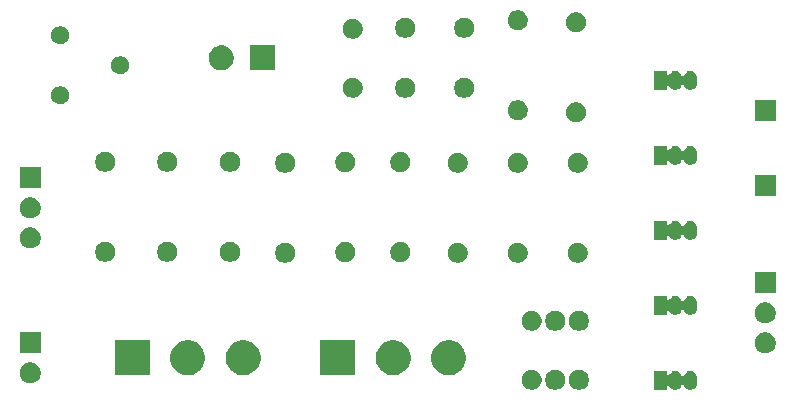
<source format=gbr>
G04 #@! TF.GenerationSoftware,KiCad,Pcbnew,(5.1.5)-3*
G04 #@! TF.CreationDate,2020-01-24T15:12:57-05:00*
G04 #@! TF.ProjectId,timer,74696d65-722e-46b6-9963-61645f706362,v01*
G04 #@! TF.SameCoordinates,Original*
G04 #@! TF.FileFunction,Soldermask,Bot*
G04 #@! TF.FilePolarity,Negative*
%FSLAX46Y46*%
G04 Gerber Fmt 4.6, Leading zero omitted, Abs format (unit mm)*
G04 Created by KiCad (PCBNEW (5.1.5)-3) date 2020-01-24 15:12:57*
%MOMM*%
%LPD*%
G04 APERTURE LIST*
%ADD10C,0.100000*%
G04 APERTURE END LIST*
D10*
G36*
X70638228Y-91851703D02*
G01*
X70793100Y-91915853D01*
X70932481Y-92008985D01*
X71051015Y-92127519D01*
X71144147Y-92266900D01*
X71208297Y-92421772D01*
X71241000Y-92586184D01*
X71241000Y-92753816D01*
X71208297Y-92918228D01*
X71144147Y-93073100D01*
X71051015Y-93212481D01*
X70932481Y-93331015D01*
X70793100Y-93424147D01*
X70638228Y-93488297D01*
X70473816Y-93521000D01*
X70306184Y-93521000D01*
X70141772Y-93488297D01*
X69986900Y-93424147D01*
X69847519Y-93331015D01*
X69728985Y-93212481D01*
X69635853Y-93073100D01*
X69571703Y-92918228D01*
X69539000Y-92753816D01*
X69539000Y-92586184D01*
X69571703Y-92421772D01*
X69635853Y-92266900D01*
X69728985Y-92127519D01*
X69847519Y-92008985D01*
X69986900Y-91915853D01*
X70141772Y-91851703D01*
X70306184Y-91819000D01*
X70473816Y-91819000D01*
X70638228Y-91851703D01*
G37*
G36*
X72638228Y-91851703D02*
G01*
X72793100Y-91915853D01*
X72932481Y-92008985D01*
X73051015Y-92127519D01*
X73144147Y-92266900D01*
X73208297Y-92421772D01*
X73241000Y-92586184D01*
X73241000Y-92753816D01*
X73208297Y-92918228D01*
X73144147Y-93073100D01*
X73051015Y-93212481D01*
X72932481Y-93331015D01*
X72793100Y-93424147D01*
X72638228Y-93488297D01*
X72473816Y-93521000D01*
X72306184Y-93521000D01*
X72141772Y-93488297D01*
X71986900Y-93424147D01*
X71847519Y-93331015D01*
X71728985Y-93212481D01*
X71635853Y-93073100D01*
X71571703Y-92918228D01*
X71539000Y-92753816D01*
X71539000Y-92586184D01*
X71571703Y-92421772D01*
X71635853Y-92266900D01*
X71728985Y-92127519D01*
X71847519Y-92008985D01*
X71986900Y-91915853D01*
X72141772Y-91851703D01*
X72306184Y-91819000D01*
X72473816Y-91819000D01*
X72638228Y-91851703D01*
G37*
G36*
X74638228Y-91851703D02*
G01*
X74793100Y-91915853D01*
X74932481Y-92008985D01*
X75051015Y-92127519D01*
X75144147Y-92266900D01*
X75208297Y-92421772D01*
X75241000Y-92586184D01*
X75241000Y-92753816D01*
X75208297Y-92918228D01*
X75144147Y-93073100D01*
X75051015Y-93212481D01*
X74932481Y-93331015D01*
X74793100Y-93424147D01*
X74638228Y-93488297D01*
X74473816Y-93521000D01*
X74306184Y-93521000D01*
X74141772Y-93488297D01*
X73986900Y-93424147D01*
X73847519Y-93331015D01*
X73728985Y-93212481D01*
X73635853Y-93073100D01*
X73571703Y-92918228D01*
X73539000Y-92753816D01*
X73539000Y-92586184D01*
X73571703Y-92421772D01*
X73635853Y-92266900D01*
X73728985Y-92127519D01*
X73847519Y-92008985D01*
X73986900Y-91915853D01*
X74141772Y-91851703D01*
X74306184Y-91819000D01*
X74473816Y-91819000D01*
X74638228Y-91851703D01*
G37*
G36*
X83928015Y-91916973D02*
G01*
X84031879Y-91948479D01*
X84059055Y-91963005D01*
X84127600Y-91999643D01*
X84211501Y-92068499D01*
X84280357Y-92152400D01*
X84316995Y-92220945D01*
X84331521Y-92248121D01*
X84363027Y-92351985D01*
X84371000Y-92432933D01*
X84371000Y-92987067D01*
X84363027Y-93068015D01*
X84331521Y-93171879D01*
X84280356Y-93267600D01*
X84211501Y-93351501D01*
X84142645Y-93408009D01*
X84127599Y-93420357D01*
X84120508Y-93424147D01*
X84031878Y-93471521D01*
X83928014Y-93503027D01*
X83820000Y-93513666D01*
X83711985Y-93503027D01*
X83608121Y-93471521D01*
X83564093Y-93447987D01*
X83512401Y-93420357D01*
X83499643Y-93409887D01*
X83428499Y-93351501D01*
X83359644Y-93267600D01*
X83308479Y-93171878D01*
X83304615Y-93159139D01*
X83295239Y-93136503D01*
X83281625Y-93116129D01*
X83264298Y-93098802D01*
X83243923Y-93085188D01*
X83221285Y-93075811D01*
X83197251Y-93071031D01*
X83172747Y-93071031D01*
X83148714Y-93075812D01*
X83126075Y-93085189D01*
X83105701Y-93098803D01*
X83088374Y-93116130D01*
X83074760Y-93136505D01*
X83065388Y-93159131D01*
X83061521Y-93171879D01*
X83010356Y-93267600D01*
X82941501Y-93351501D01*
X82872645Y-93408009D01*
X82857599Y-93420357D01*
X82850508Y-93424147D01*
X82761878Y-93471521D01*
X82658014Y-93503027D01*
X82550000Y-93513666D01*
X82441985Y-93503027D01*
X82338121Y-93471521D01*
X82294093Y-93447987D01*
X82242401Y-93420357D01*
X82229643Y-93409887D01*
X82158499Y-93351501D01*
X82089644Y-93267600D01*
X82066234Y-93223804D01*
X82052625Y-93203436D01*
X82035298Y-93186109D01*
X82014924Y-93172495D01*
X81992285Y-93163118D01*
X81968252Y-93158337D01*
X81943748Y-93158337D01*
X81919714Y-93163117D01*
X81897076Y-93172494D01*
X81876701Y-93186108D01*
X81859374Y-93203435D01*
X81845760Y-93223809D01*
X81836383Y-93246448D01*
X81831602Y-93270481D01*
X81831000Y-93282734D01*
X81831000Y-93511000D01*
X80729000Y-93511000D01*
X80729000Y-91909000D01*
X81831000Y-91909000D01*
X81831000Y-92137265D01*
X81833402Y-92161651D01*
X81840515Y-92185100D01*
X81852066Y-92206711D01*
X81867611Y-92225653D01*
X81886553Y-92241198D01*
X81908164Y-92252749D01*
X81931613Y-92259862D01*
X81955999Y-92262264D01*
X81980385Y-92259862D01*
X82003834Y-92252749D01*
X82025445Y-92241198D01*
X82044387Y-92225653D01*
X82059932Y-92206711D01*
X82066239Y-92196188D01*
X82089644Y-92152399D01*
X82158500Y-92068499D01*
X82242401Y-91999643D01*
X82310946Y-91963005D01*
X82338122Y-91948479D01*
X82441986Y-91916973D01*
X82550000Y-91906334D01*
X82658015Y-91916973D01*
X82761879Y-91948479D01*
X82789055Y-91963005D01*
X82857600Y-91999643D01*
X82941501Y-92068499D01*
X83010357Y-92152400D01*
X83046995Y-92220945D01*
X83061521Y-92248121D01*
X83065388Y-92260869D01*
X83074760Y-92283496D01*
X83088374Y-92303870D01*
X83105701Y-92321197D01*
X83126075Y-92334811D01*
X83148714Y-92344188D01*
X83172747Y-92348969D01*
X83197251Y-92348969D01*
X83221285Y-92344189D01*
X83243924Y-92334812D01*
X83264298Y-92321198D01*
X83281625Y-92303871D01*
X83295239Y-92283497D01*
X83304617Y-92260857D01*
X83304919Y-92259862D01*
X83308480Y-92248121D01*
X83308481Y-92248118D01*
X83359643Y-92152401D01*
X83428500Y-92068499D01*
X83512401Y-91999643D01*
X83580946Y-91963005D01*
X83608122Y-91948479D01*
X83711986Y-91916973D01*
X83820000Y-91906334D01*
X83928015Y-91916973D01*
G37*
G36*
X28053512Y-91178927D02*
G01*
X28202812Y-91208624D01*
X28366784Y-91276544D01*
X28514354Y-91375147D01*
X28639853Y-91500646D01*
X28738456Y-91648216D01*
X28806376Y-91812188D01*
X28841000Y-91986259D01*
X28841000Y-92163741D01*
X28806376Y-92337812D01*
X28738456Y-92501784D01*
X28639853Y-92649354D01*
X28514354Y-92774853D01*
X28366784Y-92873456D01*
X28202812Y-92941376D01*
X28053512Y-92971073D01*
X28028742Y-92976000D01*
X27851258Y-92976000D01*
X27826488Y-92971073D01*
X27677188Y-92941376D01*
X27513216Y-92873456D01*
X27365646Y-92774853D01*
X27240147Y-92649354D01*
X27141544Y-92501784D01*
X27073624Y-92337812D01*
X27039000Y-92163741D01*
X27039000Y-91986259D01*
X27073624Y-91812188D01*
X27141544Y-91648216D01*
X27240147Y-91500646D01*
X27365646Y-91375147D01*
X27513216Y-91276544D01*
X27677188Y-91208624D01*
X27826488Y-91178927D01*
X27851258Y-91174000D01*
X28028742Y-91174000D01*
X28053512Y-91178927D01*
G37*
G36*
X38051000Y-92281000D02*
G01*
X35099000Y-92281000D01*
X35099000Y-89329000D01*
X38051000Y-89329000D01*
X38051000Y-92281000D01*
G37*
G36*
X55451000Y-92281000D02*
G01*
X52499000Y-92281000D01*
X52499000Y-89329000D01*
X55451000Y-89329000D01*
X55451000Y-92281000D01*
G37*
G36*
X59105532Y-89385721D02*
G01*
X59374147Y-89496985D01*
X59615895Y-89658516D01*
X59821484Y-89864105D01*
X59983015Y-90105853D01*
X60094279Y-90374468D01*
X60151000Y-90659625D01*
X60151000Y-90950375D01*
X60094279Y-91235532D01*
X59983015Y-91504147D01*
X59821484Y-91745895D01*
X59615895Y-91951484D01*
X59374147Y-92113015D01*
X59105532Y-92224279D01*
X58820375Y-92281000D01*
X58529625Y-92281000D01*
X58244468Y-92224279D01*
X57975853Y-92113015D01*
X57734105Y-91951484D01*
X57528516Y-91745895D01*
X57366985Y-91504147D01*
X57255721Y-91235532D01*
X57199000Y-90950375D01*
X57199000Y-90659625D01*
X57255721Y-90374468D01*
X57366985Y-90105853D01*
X57528516Y-89864105D01*
X57734105Y-89658516D01*
X57975853Y-89496985D01*
X58244468Y-89385721D01*
X58529625Y-89329000D01*
X58820375Y-89329000D01*
X59105532Y-89385721D01*
G37*
G36*
X63805532Y-89385721D02*
G01*
X64074147Y-89496985D01*
X64315895Y-89658516D01*
X64521484Y-89864105D01*
X64683015Y-90105853D01*
X64794279Y-90374468D01*
X64851000Y-90659625D01*
X64851000Y-90950375D01*
X64794279Y-91235532D01*
X64683015Y-91504147D01*
X64521484Y-91745895D01*
X64315895Y-91951484D01*
X64074147Y-92113015D01*
X63805532Y-92224279D01*
X63520375Y-92281000D01*
X63229625Y-92281000D01*
X62944468Y-92224279D01*
X62675853Y-92113015D01*
X62434105Y-91951484D01*
X62228516Y-91745895D01*
X62066985Y-91504147D01*
X61955721Y-91235532D01*
X61899000Y-90950375D01*
X61899000Y-90659625D01*
X61955721Y-90374468D01*
X62066985Y-90105853D01*
X62228516Y-89864105D01*
X62434105Y-89658516D01*
X62675853Y-89496985D01*
X62944468Y-89385721D01*
X63229625Y-89329000D01*
X63520375Y-89329000D01*
X63805532Y-89385721D01*
G37*
G36*
X41705532Y-89385721D02*
G01*
X41974147Y-89496985D01*
X42215895Y-89658516D01*
X42421484Y-89864105D01*
X42583015Y-90105853D01*
X42694279Y-90374468D01*
X42751000Y-90659625D01*
X42751000Y-90950375D01*
X42694279Y-91235532D01*
X42583015Y-91504147D01*
X42421484Y-91745895D01*
X42215895Y-91951484D01*
X41974147Y-92113015D01*
X41705532Y-92224279D01*
X41420375Y-92281000D01*
X41129625Y-92281000D01*
X40844468Y-92224279D01*
X40575853Y-92113015D01*
X40334105Y-91951484D01*
X40128516Y-91745895D01*
X39966985Y-91504147D01*
X39855721Y-91235532D01*
X39799000Y-90950375D01*
X39799000Y-90659625D01*
X39855721Y-90374468D01*
X39966985Y-90105853D01*
X40128516Y-89864105D01*
X40334105Y-89658516D01*
X40575853Y-89496985D01*
X40844468Y-89385721D01*
X41129625Y-89329000D01*
X41420375Y-89329000D01*
X41705532Y-89385721D01*
G37*
G36*
X46405532Y-89385721D02*
G01*
X46674147Y-89496985D01*
X46915895Y-89658516D01*
X47121484Y-89864105D01*
X47283015Y-90105853D01*
X47394279Y-90374468D01*
X47451000Y-90659625D01*
X47451000Y-90950375D01*
X47394279Y-91235532D01*
X47283015Y-91504147D01*
X47121484Y-91745895D01*
X46915895Y-91951484D01*
X46674147Y-92113015D01*
X46405532Y-92224279D01*
X46120375Y-92281000D01*
X45829625Y-92281000D01*
X45544468Y-92224279D01*
X45275853Y-92113015D01*
X45034105Y-91951484D01*
X44828516Y-91745895D01*
X44666985Y-91504147D01*
X44555721Y-91235532D01*
X44499000Y-90950375D01*
X44499000Y-90659625D01*
X44555721Y-90374468D01*
X44666985Y-90105853D01*
X44828516Y-89864105D01*
X45034105Y-89658516D01*
X45275853Y-89496985D01*
X45544468Y-89385721D01*
X45829625Y-89329000D01*
X46120375Y-89329000D01*
X46405532Y-89385721D01*
G37*
G36*
X28841000Y-90436000D02*
G01*
X27039000Y-90436000D01*
X27039000Y-88634000D01*
X28841000Y-88634000D01*
X28841000Y-90436000D01*
G37*
G36*
X90283512Y-88638927D02*
G01*
X90432812Y-88668624D01*
X90596784Y-88736544D01*
X90744354Y-88835147D01*
X90869853Y-88960646D01*
X90968456Y-89108216D01*
X91036376Y-89272188D01*
X91071000Y-89446259D01*
X91071000Y-89623741D01*
X91036376Y-89797812D01*
X90968456Y-89961784D01*
X90869853Y-90109354D01*
X90744354Y-90234853D01*
X90596784Y-90333456D01*
X90432812Y-90401376D01*
X90283512Y-90431073D01*
X90258742Y-90436000D01*
X90081258Y-90436000D01*
X90056488Y-90431073D01*
X89907188Y-90401376D01*
X89743216Y-90333456D01*
X89595646Y-90234853D01*
X89470147Y-90109354D01*
X89371544Y-89961784D01*
X89303624Y-89797812D01*
X89269000Y-89623741D01*
X89269000Y-89446259D01*
X89303624Y-89272188D01*
X89371544Y-89108216D01*
X89470147Y-88960646D01*
X89595646Y-88835147D01*
X89743216Y-88736544D01*
X89907188Y-88668624D01*
X90056488Y-88638927D01*
X90081258Y-88634000D01*
X90258742Y-88634000D01*
X90283512Y-88638927D01*
G37*
G36*
X70638228Y-86851703D02*
G01*
X70793100Y-86915853D01*
X70932481Y-87008985D01*
X71051015Y-87127519D01*
X71144147Y-87266900D01*
X71208297Y-87421772D01*
X71241000Y-87586184D01*
X71241000Y-87753816D01*
X71208297Y-87918228D01*
X71144147Y-88073100D01*
X71051015Y-88212481D01*
X70932481Y-88331015D01*
X70793100Y-88424147D01*
X70638228Y-88488297D01*
X70473816Y-88521000D01*
X70306184Y-88521000D01*
X70141772Y-88488297D01*
X69986900Y-88424147D01*
X69847519Y-88331015D01*
X69728985Y-88212481D01*
X69635853Y-88073100D01*
X69571703Y-87918228D01*
X69539000Y-87753816D01*
X69539000Y-87586184D01*
X69571703Y-87421772D01*
X69635853Y-87266900D01*
X69728985Y-87127519D01*
X69847519Y-87008985D01*
X69986900Y-86915853D01*
X70141772Y-86851703D01*
X70306184Y-86819000D01*
X70473816Y-86819000D01*
X70638228Y-86851703D01*
G37*
G36*
X72638228Y-86851703D02*
G01*
X72793100Y-86915853D01*
X72932481Y-87008985D01*
X73051015Y-87127519D01*
X73144147Y-87266900D01*
X73208297Y-87421772D01*
X73241000Y-87586184D01*
X73241000Y-87753816D01*
X73208297Y-87918228D01*
X73144147Y-88073100D01*
X73051015Y-88212481D01*
X72932481Y-88331015D01*
X72793100Y-88424147D01*
X72638228Y-88488297D01*
X72473816Y-88521000D01*
X72306184Y-88521000D01*
X72141772Y-88488297D01*
X71986900Y-88424147D01*
X71847519Y-88331015D01*
X71728985Y-88212481D01*
X71635853Y-88073100D01*
X71571703Y-87918228D01*
X71539000Y-87753816D01*
X71539000Y-87586184D01*
X71571703Y-87421772D01*
X71635853Y-87266900D01*
X71728985Y-87127519D01*
X71847519Y-87008985D01*
X71986900Y-86915853D01*
X72141772Y-86851703D01*
X72306184Y-86819000D01*
X72473816Y-86819000D01*
X72638228Y-86851703D01*
G37*
G36*
X74638228Y-86851703D02*
G01*
X74793100Y-86915853D01*
X74932481Y-87008985D01*
X75051015Y-87127519D01*
X75144147Y-87266900D01*
X75208297Y-87421772D01*
X75241000Y-87586184D01*
X75241000Y-87753816D01*
X75208297Y-87918228D01*
X75144147Y-88073100D01*
X75051015Y-88212481D01*
X74932481Y-88331015D01*
X74793100Y-88424147D01*
X74638228Y-88488297D01*
X74473816Y-88521000D01*
X74306184Y-88521000D01*
X74141772Y-88488297D01*
X73986900Y-88424147D01*
X73847519Y-88331015D01*
X73728985Y-88212481D01*
X73635853Y-88073100D01*
X73571703Y-87918228D01*
X73539000Y-87753816D01*
X73539000Y-87586184D01*
X73571703Y-87421772D01*
X73635853Y-87266900D01*
X73728985Y-87127519D01*
X73847519Y-87008985D01*
X73986900Y-86915853D01*
X74141772Y-86851703D01*
X74306184Y-86819000D01*
X74473816Y-86819000D01*
X74638228Y-86851703D01*
G37*
G36*
X90283512Y-86098927D02*
G01*
X90432812Y-86128624D01*
X90596784Y-86196544D01*
X90744354Y-86295147D01*
X90869853Y-86420646D01*
X90968456Y-86568216D01*
X91036376Y-86732188D01*
X91071000Y-86906259D01*
X91071000Y-87083741D01*
X91036376Y-87257812D01*
X90968456Y-87421784D01*
X90869853Y-87569354D01*
X90744354Y-87694853D01*
X90596784Y-87793456D01*
X90432812Y-87861376D01*
X90283512Y-87891073D01*
X90258742Y-87896000D01*
X90081258Y-87896000D01*
X90056488Y-87891073D01*
X89907188Y-87861376D01*
X89743216Y-87793456D01*
X89595646Y-87694853D01*
X89470147Y-87569354D01*
X89371544Y-87421784D01*
X89303624Y-87257812D01*
X89269000Y-87083741D01*
X89269000Y-86906259D01*
X89303624Y-86732188D01*
X89371544Y-86568216D01*
X89470147Y-86420646D01*
X89595646Y-86295147D01*
X89743216Y-86196544D01*
X89907188Y-86128624D01*
X90056488Y-86098927D01*
X90081258Y-86094000D01*
X90258742Y-86094000D01*
X90283512Y-86098927D01*
G37*
G36*
X83928015Y-85566973D02*
G01*
X84031879Y-85598479D01*
X84059055Y-85613005D01*
X84127600Y-85649643D01*
X84211501Y-85718499D01*
X84280357Y-85802400D01*
X84316995Y-85870945D01*
X84331521Y-85898121D01*
X84363027Y-86001985D01*
X84371000Y-86082933D01*
X84371000Y-86637067D01*
X84363027Y-86718015D01*
X84331521Y-86821879D01*
X84315579Y-86851703D01*
X84281291Y-86915852D01*
X84280356Y-86917600D01*
X84211501Y-87001501D01*
X84142645Y-87058009D01*
X84127599Y-87070357D01*
X84102559Y-87083741D01*
X84031878Y-87121521D01*
X83928014Y-87153027D01*
X83820000Y-87163666D01*
X83711985Y-87153027D01*
X83608121Y-87121521D01*
X83564093Y-87097987D01*
X83512401Y-87070357D01*
X83499643Y-87059887D01*
X83428499Y-87001501D01*
X83359644Y-86917600D01*
X83358710Y-86915852D01*
X83316086Y-86836109D01*
X83308479Y-86821878D01*
X83304615Y-86809139D01*
X83295239Y-86786503D01*
X83281625Y-86766129D01*
X83264298Y-86748802D01*
X83243923Y-86735188D01*
X83221285Y-86725811D01*
X83197251Y-86721031D01*
X83172747Y-86721031D01*
X83148714Y-86725812D01*
X83126075Y-86735189D01*
X83105701Y-86748803D01*
X83088374Y-86766130D01*
X83074760Y-86786505D01*
X83065388Y-86809131D01*
X83061521Y-86821879D01*
X83045579Y-86851703D01*
X83011291Y-86915852D01*
X83010356Y-86917600D01*
X82941501Y-87001501D01*
X82872645Y-87058009D01*
X82857599Y-87070357D01*
X82832559Y-87083741D01*
X82761878Y-87121521D01*
X82658014Y-87153027D01*
X82550000Y-87163666D01*
X82441985Y-87153027D01*
X82338121Y-87121521D01*
X82294093Y-87097987D01*
X82242401Y-87070357D01*
X82229643Y-87059887D01*
X82158499Y-87001501D01*
X82089644Y-86917600D01*
X82066234Y-86873804D01*
X82052625Y-86853436D01*
X82035298Y-86836109D01*
X82014924Y-86822495D01*
X81992285Y-86813118D01*
X81968252Y-86808337D01*
X81943748Y-86808337D01*
X81919714Y-86813117D01*
X81897076Y-86822494D01*
X81876701Y-86836108D01*
X81859374Y-86853435D01*
X81845760Y-86873809D01*
X81836383Y-86896448D01*
X81831602Y-86920481D01*
X81831000Y-86932734D01*
X81831000Y-87161000D01*
X80729000Y-87161000D01*
X80729000Y-85559000D01*
X81831000Y-85559000D01*
X81831000Y-85787265D01*
X81833402Y-85811651D01*
X81840515Y-85835100D01*
X81852066Y-85856711D01*
X81867611Y-85875653D01*
X81886553Y-85891198D01*
X81908164Y-85902749D01*
X81931613Y-85909862D01*
X81955999Y-85912264D01*
X81980385Y-85909862D01*
X82003834Y-85902749D01*
X82025445Y-85891198D01*
X82044387Y-85875653D01*
X82059932Y-85856711D01*
X82066239Y-85846188D01*
X82089644Y-85802399D01*
X82158500Y-85718499D01*
X82242401Y-85649643D01*
X82310946Y-85613005D01*
X82338122Y-85598479D01*
X82441986Y-85566973D01*
X82550000Y-85556334D01*
X82658015Y-85566973D01*
X82761879Y-85598479D01*
X82789055Y-85613005D01*
X82857600Y-85649643D01*
X82941501Y-85718499D01*
X83010357Y-85802400D01*
X83046995Y-85870945D01*
X83061521Y-85898121D01*
X83065388Y-85910869D01*
X83074760Y-85933496D01*
X83088374Y-85953870D01*
X83105701Y-85971197D01*
X83126075Y-85984811D01*
X83148714Y-85994188D01*
X83172747Y-85998969D01*
X83197251Y-85998969D01*
X83221285Y-85994189D01*
X83243924Y-85984812D01*
X83264298Y-85971198D01*
X83281625Y-85953871D01*
X83295239Y-85933497D01*
X83304617Y-85910857D01*
X83304919Y-85909862D01*
X83308480Y-85898121D01*
X83308481Y-85898118D01*
X83359643Y-85802401D01*
X83428500Y-85718499D01*
X83512401Y-85649643D01*
X83580946Y-85613005D01*
X83608122Y-85598479D01*
X83711986Y-85566973D01*
X83820000Y-85556334D01*
X83928015Y-85566973D01*
G37*
G36*
X91071000Y-85356000D02*
G01*
X89269000Y-85356000D01*
X89269000Y-83554000D01*
X91071000Y-83554000D01*
X91071000Y-85356000D01*
G37*
G36*
X64383228Y-81096703D02*
G01*
X64538100Y-81160853D01*
X64677481Y-81253985D01*
X64796015Y-81372519D01*
X64889147Y-81511900D01*
X64953297Y-81666772D01*
X64986000Y-81831184D01*
X64986000Y-81998816D01*
X64953297Y-82163228D01*
X64889147Y-82318100D01*
X64796015Y-82457481D01*
X64677481Y-82576015D01*
X64538100Y-82669147D01*
X64383228Y-82733297D01*
X64218816Y-82766000D01*
X64051184Y-82766000D01*
X63886772Y-82733297D01*
X63731900Y-82669147D01*
X63592519Y-82576015D01*
X63473985Y-82457481D01*
X63380853Y-82318100D01*
X63316703Y-82163228D01*
X63284000Y-81998816D01*
X63284000Y-81831184D01*
X63316703Y-81666772D01*
X63380853Y-81511900D01*
X63473985Y-81372519D01*
X63592519Y-81253985D01*
X63731900Y-81160853D01*
X63886772Y-81096703D01*
X64051184Y-81064000D01*
X64218816Y-81064000D01*
X64383228Y-81096703D01*
G37*
G36*
X49778228Y-81096703D02*
G01*
X49933100Y-81160853D01*
X50072481Y-81253985D01*
X50191015Y-81372519D01*
X50284147Y-81511900D01*
X50348297Y-81666772D01*
X50381000Y-81831184D01*
X50381000Y-81998816D01*
X50348297Y-82163228D01*
X50284147Y-82318100D01*
X50191015Y-82457481D01*
X50072481Y-82576015D01*
X49933100Y-82669147D01*
X49778228Y-82733297D01*
X49613816Y-82766000D01*
X49446184Y-82766000D01*
X49281772Y-82733297D01*
X49126900Y-82669147D01*
X48987519Y-82576015D01*
X48868985Y-82457481D01*
X48775853Y-82318100D01*
X48711703Y-82163228D01*
X48679000Y-81998816D01*
X48679000Y-81831184D01*
X48711703Y-81666772D01*
X48775853Y-81511900D01*
X48868985Y-81372519D01*
X48987519Y-81253985D01*
X49126900Y-81160853D01*
X49281772Y-81096703D01*
X49446184Y-81064000D01*
X49613816Y-81064000D01*
X49778228Y-81096703D01*
G37*
G36*
X69463228Y-81096703D02*
G01*
X69618100Y-81160853D01*
X69757481Y-81253985D01*
X69876015Y-81372519D01*
X69969147Y-81511900D01*
X70033297Y-81666772D01*
X70066000Y-81831184D01*
X70066000Y-81998816D01*
X70033297Y-82163228D01*
X69969147Y-82318100D01*
X69876015Y-82457481D01*
X69757481Y-82576015D01*
X69618100Y-82669147D01*
X69463228Y-82733297D01*
X69298816Y-82766000D01*
X69131184Y-82766000D01*
X68966772Y-82733297D01*
X68811900Y-82669147D01*
X68672519Y-82576015D01*
X68553985Y-82457481D01*
X68460853Y-82318100D01*
X68396703Y-82163228D01*
X68364000Y-81998816D01*
X68364000Y-81831184D01*
X68396703Y-81666772D01*
X68460853Y-81511900D01*
X68553985Y-81372519D01*
X68672519Y-81253985D01*
X68811900Y-81160853D01*
X68966772Y-81096703D01*
X69131184Y-81064000D01*
X69298816Y-81064000D01*
X69463228Y-81096703D01*
G37*
G36*
X74543228Y-81096703D02*
G01*
X74698100Y-81160853D01*
X74837481Y-81253985D01*
X74956015Y-81372519D01*
X75049147Y-81511900D01*
X75113297Y-81666772D01*
X75146000Y-81831184D01*
X75146000Y-81998816D01*
X75113297Y-82163228D01*
X75049147Y-82318100D01*
X74956015Y-82457481D01*
X74837481Y-82576015D01*
X74698100Y-82669147D01*
X74543228Y-82733297D01*
X74378816Y-82766000D01*
X74211184Y-82766000D01*
X74046772Y-82733297D01*
X73891900Y-82669147D01*
X73752519Y-82576015D01*
X73633985Y-82457481D01*
X73540853Y-82318100D01*
X73476703Y-82163228D01*
X73444000Y-81998816D01*
X73444000Y-81831184D01*
X73476703Y-81666772D01*
X73540853Y-81511900D01*
X73633985Y-81372519D01*
X73752519Y-81253985D01*
X73891900Y-81160853D01*
X74046772Y-81096703D01*
X74211184Y-81064000D01*
X74378816Y-81064000D01*
X74543228Y-81096703D01*
G37*
G36*
X59523228Y-81031703D02*
G01*
X59678100Y-81095853D01*
X59817481Y-81188985D01*
X59936015Y-81307519D01*
X60029147Y-81446900D01*
X60093297Y-81601772D01*
X60126000Y-81766184D01*
X60126000Y-81933816D01*
X60093297Y-82098228D01*
X60029147Y-82253100D01*
X59936015Y-82392481D01*
X59817481Y-82511015D01*
X59678100Y-82604147D01*
X59523228Y-82668297D01*
X59358816Y-82701000D01*
X59191184Y-82701000D01*
X59026772Y-82668297D01*
X58871900Y-82604147D01*
X58732519Y-82511015D01*
X58613985Y-82392481D01*
X58520853Y-82253100D01*
X58456703Y-82098228D01*
X58424000Y-81933816D01*
X58424000Y-81766184D01*
X58456703Y-81601772D01*
X58520853Y-81446900D01*
X58613985Y-81307519D01*
X58732519Y-81188985D01*
X58871900Y-81095853D01*
X59026772Y-81031703D01*
X59191184Y-80999000D01*
X59358816Y-80999000D01*
X59523228Y-81031703D01*
G37*
G36*
X54858228Y-81031703D02*
G01*
X55013100Y-81095853D01*
X55152481Y-81188985D01*
X55271015Y-81307519D01*
X55364147Y-81446900D01*
X55428297Y-81601772D01*
X55461000Y-81766184D01*
X55461000Y-81933816D01*
X55428297Y-82098228D01*
X55364147Y-82253100D01*
X55271015Y-82392481D01*
X55152481Y-82511015D01*
X55013100Y-82604147D01*
X54858228Y-82668297D01*
X54693816Y-82701000D01*
X54526184Y-82701000D01*
X54361772Y-82668297D01*
X54206900Y-82604147D01*
X54067519Y-82511015D01*
X53948985Y-82392481D01*
X53855853Y-82253100D01*
X53791703Y-82098228D01*
X53759000Y-81933816D01*
X53759000Y-81766184D01*
X53791703Y-81601772D01*
X53855853Y-81446900D01*
X53948985Y-81307519D01*
X54067519Y-81188985D01*
X54206900Y-81095853D01*
X54361772Y-81031703D01*
X54526184Y-80999000D01*
X54693816Y-80999000D01*
X54858228Y-81031703D01*
G37*
G36*
X45108228Y-81006703D02*
G01*
X45263100Y-81070853D01*
X45402481Y-81163985D01*
X45521015Y-81282519D01*
X45614147Y-81421900D01*
X45678297Y-81576772D01*
X45711000Y-81741184D01*
X45711000Y-81908816D01*
X45678297Y-82073228D01*
X45614147Y-82228100D01*
X45521015Y-82367481D01*
X45402481Y-82486015D01*
X45263100Y-82579147D01*
X45108228Y-82643297D01*
X44943816Y-82676000D01*
X44776184Y-82676000D01*
X44611772Y-82643297D01*
X44456900Y-82579147D01*
X44317519Y-82486015D01*
X44198985Y-82367481D01*
X44105853Y-82228100D01*
X44041703Y-82073228D01*
X44009000Y-81908816D01*
X44009000Y-81741184D01*
X44041703Y-81576772D01*
X44105853Y-81421900D01*
X44198985Y-81282519D01*
X44317519Y-81163985D01*
X44456900Y-81070853D01*
X44611772Y-81006703D01*
X44776184Y-80974000D01*
X44943816Y-80974000D01*
X45108228Y-81006703D01*
G37*
G36*
X39788228Y-81006703D02*
G01*
X39943100Y-81070853D01*
X40082481Y-81163985D01*
X40201015Y-81282519D01*
X40294147Y-81421900D01*
X40358297Y-81576772D01*
X40391000Y-81741184D01*
X40391000Y-81908816D01*
X40358297Y-82073228D01*
X40294147Y-82228100D01*
X40201015Y-82367481D01*
X40082481Y-82486015D01*
X39943100Y-82579147D01*
X39788228Y-82643297D01*
X39623816Y-82676000D01*
X39456184Y-82676000D01*
X39291772Y-82643297D01*
X39136900Y-82579147D01*
X38997519Y-82486015D01*
X38878985Y-82367481D01*
X38785853Y-82228100D01*
X38721703Y-82073228D01*
X38689000Y-81908816D01*
X38689000Y-81741184D01*
X38721703Y-81576772D01*
X38785853Y-81421900D01*
X38878985Y-81282519D01*
X38997519Y-81163985D01*
X39136900Y-81070853D01*
X39291772Y-81006703D01*
X39456184Y-80974000D01*
X39623816Y-80974000D01*
X39788228Y-81006703D01*
G37*
G36*
X34538228Y-81006703D02*
G01*
X34693100Y-81070853D01*
X34832481Y-81163985D01*
X34951015Y-81282519D01*
X35044147Y-81421900D01*
X35108297Y-81576772D01*
X35141000Y-81741184D01*
X35141000Y-81908816D01*
X35108297Y-82073228D01*
X35044147Y-82228100D01*
X34951015Y-82367481D01*
X34832481Y-82486015D01*
X34693100Y-82579147D01*
X34538228Y-82643297D01*
X34373816Y-82676000D01*
X34206184Y-82676000D01*
X34041772Y-82643297D01*
X33886900Y-82579147D01*
X33747519Y-82486015D01*
X33628985Y-82367481D01*
X33535853Y-82228100D01*
X33471703Y-82073228D01*
X33439000Y-81908816D01*
X33439000Y-81741184D01*
X33471703Y-81576772D01*
X33535853Y-81421900D01*
X33628985Y-81282519D01*
X33747519Y-81163985D01*
X33886900Y-81070853D01*
X34041772Y-81006703D01*
X34206184Y-80974000D01*
X34373816Y-80974000D01*
X34538228Y-81006703D01*
G37*
G36*
X28053512Y-79748927D02*
G01*
X28202812Y-79778624D01*
X28366784Y-79846544D01*
X28514354Y-79945147D01*
X28639853Y-80070646D01*
X28738456Y-80218216D01*
X28806376Y-80382188D01*
X28841000Y-80556259D01*
X28841000Y-80733741D01*
X28806376Y-80907812D01*
X28738456Y-81071784D01*
X28639853Y-81219354D01*
X28514354Y-81344853D01*
X28366784Y-81443456D01*
X28202812Y-81511376D01*
X28053512Y-81541073D01*
X28028742Y-81546000D01*
X27851258Y-81546000D01*
X27826488Y-81541073D01*
X27677188Y-81511376D01*
X27513216Y-81443456D01*
X27365646Y-81344853D01*
X27240147Y-81219354D01*
X27141544Y-81071784D01*
X27073624Y-80907812D01*
X27039000Y-80733741D01*
X27039000Y-80556259D01*
X27073624Y-80382188D01*
X27141544Y-80218216D01*
X27240147Y-80070646D01*
X27365646Y-79945147D01*
X27513216Y-79846544D01*
X27677188Y-79778624D01*
X27826488Y-79748927D01*
X27851258Y-79744000D01*
X28028742Y-79744000D01*
X28053512Y-79748927D01*
G37*
G36*
X83928015Y-79216973D02*
G01*
X84031879Y-79248479D01*
X84059055Y-79263005D01*
X84127600Y-79299643D01*
X84211501Y-79368499D01*
X84280357Y-79452400D01*
X84316995Y-79520945D01*
X84331521Y-79548121D01*
X84363027Y-79651985D01*
X84371000Y-79732933D01*
X84371000Y-80287067D01*
X84363027Y-80368015D01*
X84331521Y-80471879D01*
X84280356Y-80567600D01*
X84211501Y-80651501D01*
X84142645Y-80708009D01*
X84127599Y-80720357D01*
X84102559Y-80733741D01*
X84031878Y-80771521D01*
X83928014Y-80803027D01*
X83820000Y-80813666D01*
X83711985Y-80803027D01*
X83608121Y-80771521D01*
X83564093Y-80747987D01*
X83512401Y-80720357D01*
X83499643Y-80709887D01*
X83428499Y-80651501D01*
X83359644Y-80567600D01*
X83353582Y-80556258D01*
X83316086Y-80486109D01*
X83308479Y-80471878D01*
X83304615Y-80459139D01*
X83295239Y-80436503D01*
X83281625Y-80416129D01*
X83264298Y-80398802D01*
X83243923Y-80385188D01*
X83221285Y-80375811D01*
X83197251Y-80371031D01*
X83172747Y-80371031D01*
X83148714Y-80375812D01*
X83126075Y-80385189D01*
X83105701Y-80398803D01*
X83088374Y-80416130D01*
X83074760Y-80436505D01*
X83065388Y-80459131D01*
X83061521Y-80471879D01*
X83010356Y-80567600D01*
X82941501Y-80651501D01*
X82872645Y-80708009D01*
X82857599Y-80720357D01*
X82832559Y-80733741D01*
X82761878Y-80771521D01*
X82658014Y-80803027D01*
X82550000Y-80813666D01*
X82441985Y-80803027D01*
X82338121Y-80771521D01*
X82294093Y-80747987D01*
X82242401Y-80720357D01*
X82229643Y-80709887D01*
X82158499Y-80651501D01*
X82089644Y-80567600D01*
X82066234Y-80523804D01*
X82052625Y-80503436D01*
X82035298Y-80486109D01*
X82014924Y-80472495D01*
X81992285Y-80463118D01*
X81968252Y-80458337D01*
X81943748Y-80458337D01*
X81919714Y-80463117D01*
X81897076Y-80472494D01*
X81876701Y-80486108D01*
X81859374Y-80503435D01*
X81845760Y-80523809D01*
X81836383Y-80546448D01*
X81831602Y-80570481D01*
X81831000Y-80582734D01*
X81831000Y-80811000D01*
X80729000Y-80811000D01*
X80729000Y-79209000D01*
X81831000Y-79209000D01*
X81831000Y-79437265D01*
X81833402Y-79461651D01*
X81840515Y-79485100D01*
X81852066Y-79506711D01*
X81867611Y-79525653D01*
X81886553Y-79541198D01*
X81908164Y-79552749D01*
X81931613Y-79559862D01*
X81955999Y-79562264D01*
X81980385Y-79559862D01*
X82003834Y-79552749D01*
X82025445Y-79541198D01*
X82044387Y-79525653D01*
X82059932Y-79506711D01*
X82066239Y-79496188D01*
X82089644Y-79452399D01*
X82158500Y-79368499D01*
X82242401Y-79299643D01*
X82310946Y-79263005D01*
X82338122Y-79248479D01*
X82441986Y-79216973D01*
X82550000Y-79206334D01*
X82658015Y-79216973D01*
X82761879Y-79248479D01*
X82789055Y-79263005D01*
X82857600Y-79299643D01*
X82941501Y-79368499D01*
X83010357Y-79452400D01*
X83046995Y-79520945D01*
X83061521Y-79548121D01*
X83065388Y-79560869D01*
X83074760Y-79583496D01*
X83088374Y-79603870D01*
X83105701Y-79621197D01*
X83126075Y-79634811D01*
X83148714Y-79644188D01*
X83172747Y-79648969D01*
X83197251Y-79648969D01*
X83221285Y-79644189D01*
X83243924Y-79634812D01*
X83264298Y-79621198D01*
X83281625Y-79603871D01*
X83295239Y-79583497D01*
X83304617Y-79560857D01*
X83304919Y-79559862D01*
X83308480Y-79548121D01*
X83308481Y-79548118D01*
X83359643Y-79452401D01*
X83428500Y-79368499D01*
X83512401Y-79299643D01*
X83580946Y-79263005D01*
X83608122Y-79248479D01*
X83711986Y-79216973D01*
X83820000Y-79206334D01*
X83928015Y-79216973D01*
G37*
G36*
X28053512Y-77208927D02*
G01*
X28202812Y-77238624D01*
X28366784Y-77306544D01*
X28514354Y-77405147D01*
X28639853Y-77530646D01*
X28738456Y-77678216D01*
X28806376Y-77842188D01*
X28841000Y-78016259D01*
X28841000Y-78193741D01*
X28806376Y-78367812D01*
X28738456Y-78531784D01*
X28639853Y-78679354D01*
X28514354Y-78804853D01*
X28366784Y-78903456D01*
X28202812Y-78971376D01*
X28053512Y-79001073D01*
X28028742Y-79006000D01*
X27851258Y-79006000D01*
X27826488Y-79001073D01*
X27677188Y-78971376D01*
X27513216Y-78903456D01*
X27365646Y-78804853D01*
X27240147Y-78679354D01*
X27141544Y-78531784D01*
X27073624Y-78367812D01*
X27039000Y-78193741D01*
X27039000Y-78016259D01*
X27073624Y-77842188D01*
X27141544Y-77678216D01*
X27240147Y-77530646D01*
X27365646Y-77405147D01*
X27513216Y-77306544D01*
X27677188Y-77238624D01*
X27826488Y-77208927D01*
X27851258Y-77204000D01*
X28028742Y-77204000D01*
X28053512Y-77208927D01*
G37*
G36*
X91071000Y-77101000D02*
G01*
X89269000Y-77101000D01*
X89269000Y-75299000D01*
X91071000Y-75299000D01*
X91071000Y-77101000D01*
G37*
G36*
X28841000Y-76466000D02*
G01*
X27039000Y-76466000D01*
X27039000Y-74664000D01*
X28841000Y-74664000D01*
X28841000Y-76466000D01*
G37*
G36*
X49778228Y-73476703D02*
G01*
X49933100Y-73540853D01*
X50072481Y-73633985D01*
X50191015Y-73752519D01*
X50284147Y-73891900D01*
X50348297Y-74046772D01*
X50381000Y-74211184D01*
X50381000Y-74378816D01*
X50348297Y-74543228D01*
X50284147Y-74698100D01*
X50191015Y-74837481D01*
X50072481Y-74956015D01*
X49933100Y-75049147D01*
X49778228Y-75113297D01*
X49613816Y-75146000D01*
X49446184Y-75146000D01*
X49281772Y-75113297D01*
X49126900Y-75049147D01*
X48987519Y-74956015D01*
X48868985Y-74837481D01*
X48775853Y-74698100D01*
X48711703Y-74543228D01*
X48679000Y-74378816D01*
X48679000Y-74211184D01*
X48711703Y-74046772D01*
X48775853Y-73891900D01*
X48868985Y-73752519D01*
X48987519Y-73633985D01*
X49126900Y-73540853D01*
X49281772Y-73476703D01*
X49446184Y-73444000D01*
X49613816Y-73444000D01*
X49778228Y-73476703D01*
G37*
G36*
X64383228Y-73476703D02*
G01*
X64538100Y-73540853D01*
X64677481Y-73633985D01*
X64796015Y-73752519D01*
X64889147Y-73891900D01*
X64953297Y-74046772D01*
X64986000Y-74211184D01*
X64986000Y-74378816D01*
X64953297Y-74543228D01*
X64889147Y-74698100D01*
X64796015Y-74837481D01*
X64677481Y-74956015D01*
X64538100Y-75049147D01*
X64383228Y-75113297D01*
X64218816Y-75146000D01*
X64051184Y-75146000D01*
X63886772Y-75113297D01*
X63731900Y-75049147D01*
X63592519Y-74956015D01*
X63473985Y-74837481D01*
X63380853Y-74698100D01*
X63316703Y-74543228D01*
X63284000Y-74378816D01*
X63284000Y-74211184D01*
X63316703Y-74046772D01*
X63380853Y-73891900D01*
X63473985Y-73752519D01*
X63592519Y-73633985D01*
X63731900Y-73540853D01*
X63886772Y-73476703D01*
X64051184Y-73444000D01*
X64218816Y-73444000D01*
X64383228Y-73476703D01*
G37*
G36*
X69463228Y-73476703D02*
G01*
X69618100Y-73540853D01*
X69757481Y-73633985D01*
X69876015Y-73752519D01*
X69969147Y-73891900D01*
X70033297Y-74046772D01*
X70066000Y-74211184D01*
X70066000Y-74378816D01*
X70033297Y-74543228D01*
X69969147Y-74698100D01*
X69876015Y-74837481D01*
X69757481Y-74956015D01*
X69618100Y-75049147D01*
X69463228Y-75113297D01*
X69298816Y-75146000D01*
X69131184Y-75146000D01*
X68966772Y-75113297D01*
X68811900Y-75049147D01*
X68672519Y-74956015D01*
X68553985Y-74837481D01*
X68460853Y-74698100D01*
X68396703Y-74543228D01*
X68364000Y-74378816D01*
X68364000Y-74211184D01*
X68396703Y-74046772D01*
X68460853Y-73891900D01*
X68553985Y-73752519D01*
X68672519Y-73633985D01*
X68811900Y-73540853D01*
X68966772Y-73476703D01*
X69131184Y-73444000D01*
X69298816Y-73444000D01*
X69463228Y-73476703D01*
G37*
G36*
X74543228Y-73476703D02*
G01*
X74698100Y-73540853D01*
X74837481Y-73633985D01*
X74956015Y-73752519D01*
X75049147Y-73891900D01*
X75113297Y-74046772D01*
X75146000Y-74211184D01*
X75146000Y-74378816D01*
X75113297Y-74543228D01*
X75049147Y-74698100D01*
X74956015Y-74837481D01*
X74837481Y-74956015D01*
X74698100Y-75049147D01*
X74543228Y-75113297D01*
X74378816Y-75146000D01*
X74211184Y-75146000D01*
X74046772Y-75113297D01*
X73891900Y-75049147D01*
X73752519Y-74956015D01*
X73633985Y-74837481D01*
X73540853Y-74698100D01*
X73476703Y-74543228D01*
X73444000Y-74378816D01*
X73444000Y-74211184D01*
X73476703Y-74046772D01*
X73540853Y-73891900D01*
X73633985Y-73752519D01*
X73752519Y-73633985D01*
X73891900Y-73540853D01*
X74046772Y-73476703D01*
X74211184Y-73444000D01*
X74378816Y-73444000D01*
X74543228Y-73476703D01*
G37*
G36*
X59523228Y-73411703D02*
G01*
X59678100Y-73475853D01*
X59817481Y-73568985D01*
X59936015Y-73687519D01*
X60029147Y-73826900D01*
X60093297Y-73981772D01*
X60126000Y-74146184D01*
X60126000Y-74313816D01*
X60093297Y-74478228D01*
X60029147Y-74633100D01*
X59936015Y-74772481D01*
X59817481Y-74891015D01*
X59678100Y-74984147D01*
X59523228Y-75048297D01*
X59358816Y-75081000D01*
X59191184Y-75081000D01*
X59026772Y-75048297D01*
X58871900Y-74984147D01*
X58732519Y-74891015D01*
X58613985Y-74772481D01*
X58520853Y-74633100D01*
X58456703Y-74478228D01*
X58424000Y-74313816D01*
X58424000Y-74146184D01*
X58456703Y-73981772D01*
X58520853Y-73826900D01*
X58613985Y-73687519D01*
X58732519Y-73568985D01*
X58871900Y-73475853D01*
X59026772Y-73411703D01*
X59191184Y-73379000D01*
X59358816Y-73379000D01*
X59523228Y-73411703D01*
G37*
G36*
X54858228Y-73411703D02*
G01*
X55013100Y-73475853D01*
X55152481Y-73568985D01*
X55271015Y-73687519D01*
X55364147Y-73826900D01*
X55428297Y-73981772D01*
X55461000Y-74146184D01*
X55461000Y-74313816D01*
X55428297Y-74478228D01*
X55364147Y-74633100D01*
X55271015Y-74772481D01*
X55152481Y-74891015D01*
X55013100Y-74984147D01*
X54858228Y-75048297D01*
X54693816Y-75081000D01*
X54526184Y-75081000D01*
X54361772Y-75048297D01*
X54206900Y-74984147D01*
X54067519Y-74891015D01*
X53948985Y-74772481D01*
X53855853Y-74633100D01*
X53791703Y-74478228D01*
X53759000Y-74313816D01*
X53759000Y-74146184D01*
X53791703Y-73981772D01*
X53855853Y-73826900D01*
X53948985Y-73687519D01*
X54067519Y-73568985D01*
X54206900Y-73475853D01*
X54361772Y-73411703D01*
X54526184Y-73379000D01*
X54693816Y-73379000D01*
X54858228Y-73411703D01*
G37*
G36*
X34538228Y-73386703D02*
G01*
X34693100Y-73450853D01*
X34832481Y-73543985D01*
X34951015Y-73662519D01*
X35044147Y-73801900D01*
X35108297Y-73956772D01*
X35141000Y-74121184D01*
X35141000Y-74288816D01*
X35108297Y-74453228D01*
X35044147Y-74608100D01*
X34951015Y-74747481D01*
X34832481Y-74866015D01*
X34693100Y-74959147D01*
X34538228Y-75023297D01*
X34373816Y-75056000D01*
X34206184Y-75056000D01*
X34041772Y-75023297D01*
X33886900Y-74959147D01*
X33747519Y-74866015D01*
X33628985Y-74747481D01*
X33535853Y-74608100D01*
X33471703Y-74453228D01*
X33439000Y-74288816D01*
X33439000Y-74121184D01*
X33471703Y-73956772D01*
X33535853Y-73801900D01*
X33628985Y-73662519D01*
X33747519Y-73543985D01*
X33886900Y-73450853D01*
X34041772Y-73386703D01*
X34206184Y-73354000D01*
X34373816Y-73354000D01*
X34538228Y-73386703D01*
G37*
G36*
X39788228Y-73386703D02*
G01*
X39943100Y-73450853D01*
X40082481Y-73543985D01*
X40201015Y-73662519D01*
X40294147Y-73801900D01*
X40358297Y-73956772D01*
X40391000Y-74121184D01*
X40391000Y-74288816D01*
X40358297Y-74453228D01*
X40294147Y-74608100D01*
X40201015Y-74747481D01*
X40082481Y-74866015D01*
X39943100Y-74959147D01*
X39788228Y-75023297D01*
X39623816Y-75056000D01*
X39456184Y-75056000D01*
X39291772Y-75023297D01*
X39136900Y-74959147D01*
X38997519Y-74866015D01*
X38878985Y-74747481D01*
X38785853Y-74608100D01*
X38721703Y-74453228D01*
X38689000Y-74288816D01*
X38689000Y-74121184D01*
X38721703Y-73956772D01*
X38785853Y-73801900D01*
X38878985Y-73662519D01*
X38997519Y-73543985D01*
X39136900Y-73450853D01*
X39291772Y-73386703D01*
X39456184Y-73354000D01*
X39623816Y-73354000D01*
X39788228Y-73386703D01*
G37*
G36*
X45108228Y-73386703D02*
G01*
X45263100Y-73450853D01*
X45402481Y-73543985D01*
X45521015Y-73662519D01*
X45614147Y-73801900D01*
X45678297Y-73956772D01*
X45711000Y-74121184D01*
X45711000Y-74288816D01*
X45678297Y-74453228D01*
X45614147Y-74608100D01*
X45521015Y-74747481D01*
X45402481Y-74866015D01*
X45263100Y-74959147D01*
X45108228Y-75023297D01*
X44943816Y-75056000D01*
X44776184Y-75056000D01*
X44611772Y-75023297D01*
X44456900Y-74959147D01*
X44317519Y-74866015D01*
X44198985Y-74747481D01*
X44105853Y-74608100D01*
X44041703Y-74453228D01*
X44009000Y-74288816D01*
X44009000Y-74121184D01*
X44041703Y-73956772D01*
X44105853Y-73801900D01*
X44198985Y-73662519D01*
X44317519Y-73543985D01*
X44456900Y-73450853D01*
X44611772Y-73386703D01*
X44776184Y-73354000D01*
X44943816Y-73354000D01*
X45108228Y-73386703D01*
G37*
G36*
X83928015Y-72866973D02*
G01*
X84031879Y-72898479D01*
X84059055Y-72913005D01*
X84127600Y-72949643D01*
X84211501Y-73018499D01*
X84280357Y-73102400D01*
X84316995Y-73170945D01*
X84331521Y-73198121D01*
X84363027Y-73301985D01*
X84371000Y-73382933D01*
X84371000Y-73937067D01*
X84363027Y-74018015D01*
X84331521Y-74121879D01*
X84318529Y-74146184D01*
X84283786Y-74211184D01*
X84280356Y-74217600D01*
X84211501Y-74301501D01*
X84142645Y-74358009D01*
X84127599Y-74370357D01*
X84111773Y-74378816D01*
X84031878Y-74421521D01*
X83928014Y-74453027D01*
X83820000Y-74463666D01*
X83711985Y-74453027D01*
X83608121Y-74421521D01*
X83528225Y-74378815D01*
X83512401Y-74370357D01*
X83499643Y-74359887D01*
X83428499Y-74301501D01*
X83359644Y-74217600D01*
X83356215Y-74211184D01*
X83325347Y-74153435D01*
X83308479Y-74121878D01*
X83304615Y-74109139D01*
X83295239Y-74086503D01*
X83281625Y-74066129D01*
X83264298Y-74048802D01*
X83243923Y-74035188D01*
X83221285Y-74025811D01*
X83197251Y-74021031D01*
X83172747Y-74021031D01*
X83148714Y-74025812D01*
X83126075Y-74035189D01*
X83105701Y-74048803D01*
X83088374Y-74066130D01*
X83074760Y-74086505D01*
X83065388Y-74109131D01*
X83061521Y-74121879D01*
X83048529Y-74146184D01*
X83013786Y-74211184D01*
X83010356Y-74217600D01*
X82941501Y-74301501D01*
X82872645Y-74358009D01*
X82857599Y-74370357D01*
X82841773Y-74378816D01*
X82761878Y-74421521D01*
X82658014Y-74453027D01*
X82550000Y-74463666D01*
X82441985Y-74453027D01*
X82338121Y-74421521D01*
X82258225Y-74378815D01*
X82242401Y-74370357D01*
X82229643Y-74359887D01*
X82158499Y-74301501D01*
X82089644Y-74217600D01*
X82066234Y-74173804D01*
X82052625Y-74153436D01*
X82035298Y-74136109D01*
X82014924Y-74122495D01*
X81992285Y-74113118D01*
X81968252Y-74108337D01*
X81943748Y-74108337D01*
X81919714Y-74113117D01*
X81897076Y-74122494D01*
X81876701Y-74136108D01*
X81859374Y-74153435D01*
X81845760Y-74173809D01*
X81836383Y-74196448D01*
X81831602Y-74220481D01*
X81831000Y-74232734D01*
X81831000Y-74461000D01*
X80729000Y-74461000D01*
X80729000Y-72859000D01*
X81831000Y-72859000D01*
X81831000Y-73087265D01*
X81833402Y-73111651D01*
X81840515Y-73135100D01*
X81852066Y-73156711D01*
X81867611Y-73175653D01*
X81886553Y-73191198D01*
X81908164Y-73202749D01*
X81931613Y-73209862D01*
X81955999Y-73212264D01*
X81980385Y-73209862D01*
X82003834Y-73202749D01*
X82025445Y-73191198D01*
X82044387Y-73175653D01*
X82059932Y-73156711D01*
X82066239Y-73146188D01*
X82089644Y-73102399D01*
X82158500Y-73018499D01*
X82242401Y-72949643D01*
X82310946Y-72913005D01*
X82338122Y-72898479D01*
X82441986Y-72866973D01*
X82550000Y-72856334D01*
X82658015Y-72866973D01*
X82761879Y-72898479D01*
X82789055Y-72913005D01*
X82857600Y-72949643D01*
X82941501Y-73018499D01*
X83010357Y-73102400D01*
X83046995Y-73170945D01*
X83061521Y-73198121D01*
X83065388Y-73210869D01*
X83074760Y-73233496D01*
X83088374Y-73253870D01*
X83105701Y-73271197D01*
X83126075Y-73284811D01*
X83148714Y-73294188D01*
X83172747Y-73298969D01*
X83197251Y-73298969D01*
X83221285Y-73294189D01*
X83243924Y-73284812D01*
X83264298Y-73271198D01*
X83281625Y-73253871D01*
X83295239Y-73233497D01*
X83304617Y-73210857D01*
X83304919Y-73209862D01*
X83308480Y-73198121D01*
X83308481Y-73198118D01*
X83359643Y-73102401D01*
X83428500Y-73018499D01*
X83512401Y-72949643D01*
X83580946Y-72913005D01*
X83608122Y-72898479D01*
X83711986Y-72866973D01*
X83820000Y-72856334D01*
X83928015Y-72866973D01*
G37*
G36*
X74403228Y-69201703D02*
G01*
X74558100Y-69265853D01*
X74697481Y-69358985D01*
X74816015Y-69477519D01*
X74909147Y-69616900D01*
X74973297Y-69771772D01*
X75006000Y-69936184D01*
X75006000Y-70103816D01*
X74973297Y-70268228D01*
X74909147Y-70423100D01*
X74816015Y-70562481D01*
X74697481Y-70681015D01*
X74558100Y-70774147D01*
X74403228Y-70838297D01*
X74238816Y-70871000D01*
X74071184Y-70871000D01*
X73906772Y-70838297D01*
X73751900Y-70774147D01*
X73612519Y-70681015D01*
X73493985Y-70562481D01*
X73400853Y-70423100D01*
X73336703Y-70268228D01*
X73304000Y-70103816D01*
X73304000Y-69936184D01*
X73336703Y-69771772D01*
X73400853Y-69616900D01*
X73493985Y-69477519D01*
X73612519Y-69358985D01*
X73751900Y-69265853D01*
X73906772Y-69201703D01*
X74071184Y-69169000D01*
X74238816Y-69169000D01*
X74403228Y-69201703D01*
G37*
G36*
X91071000Y-70751000D02*
G01*
X89269000Y-70751000D01*
X89269000Y-68949000D01*
X91071000Y-68949000D01*
X91071000Y-70751000D01*
G37*
G36*
X69463228Y-69031703D02*
G01*
X69618100Y-69095853D01*
X69757481Y-69188985D01*
X69876015Y-69307519D01*
X69969147Y-69446900D01*
X70033297Y-69601772D01*
X70066000Y-69766184D01*
X70066000Y-69933816D01*
X70033297Y-70098228D01*
X69969147Y-70253100D01*
X69876015Y-70392481D01*
X69757481Y-70511015D01*
X69618100Y-70604147D01*
X69463228Y-70668297D01*
X69298816Y-70701000D01*
X69131184Y-70701000D01*
X68966772Y-70668297D01*
X68811900Y-70604147D01*
X68672519Y-70511015D01*
X68553985Y-70392481D01*
X68460853Y-70253100D01*
X68396703Y-70098228D01*
X68364000Y-69933816D01*
X68364000Y-69766184D01*
X68396703Y-69601772D01*
X68460853Y-69446900D01*
X68553985Y-69307519D01*
X68672519Y-69188985D01*
X68811900Y-69095853D01*
X68966772Y-69031703D01*
X69131184Y-68999000D01*
X69298816Y-68999000D01*
X69463228Y-69031703D01*
G37*
G36*
X30605589Y-67818876D02*
G01*
X30704893Y-67838629D01*
X30845206Y-67896748D01*
X30971484Y-67981125D01*
X31078875Y-68088516D01*
X31163252Y-68214794D01*
X31221371Y-68355107D01*
X31221371Y-68355109D01*
X31247702Y-68487480D01*
X31251000Y-68504063D01*
X31251000Y-68655937D01*
X31221371Y-68804893D01*
X31163252Y-68945206D01*
X31078875Y-69071484D01*
X30971484Y-69178875D01*
X30845206Y-69263252D01*
X30704893Y-69321371D01*
X30605589Y-69341124D01*
X30555938Y-69351000D01*
X30404062Y-69351000D01*
X30354411Y-69341124D01*
X30255107Y-69321371D01*
X30114794Y-69263252D01*
X29988516Y-69178875D01*
X29881125Y-69071484D01*
X29796748Y-68945206D01*
X29738629Y-68804893D01*
X29709000Y-68655937D01*
X29709000Y-68504063D01*
X29712299Y-68487480D01*
X29738629Y-68355109D01*
X29738629Y-68355107D01*
X29796748Y-68214794D01*
X29881125Y-68088516D01*
X29988516Y-67981125D01*
X30114794Y-67896748D01*
X30255107Y-67838629D01*
X30354411Y-67818876D01*
X30404062Y-67809000D01*
X30555938Y-67809000D01*
X30605589Y-67818876D01*
G37*
G36*
X64938228Y-67126703D02*
G01*
X65093100Y-67190853D01*
X65232481Y-67283985D01*
X65351015Y-67402519D01*
X65444147Y-67541900D01*
X65508297Y-67696772D01*
X65541000Y-67861184D01*
X65541000Y-68028816D01*
X65508297Y-68193228D01*
X65444147Y-68348100D01*
X65351015Y-68487481D01*
X65232481Y-68606015D01*
X65093100Y-68699147D01*
X64938228Y-68763297D01*
X64773816Y-68796000D01*
X64606184Y-68796000D01*
X64441772Y-68763297D01*
X64286900Y-68699147D01*
X64147519Y-68606015D01*
X64028985Y-68487481D01*
X63935853Y-68348100D01*
X63871703Y-68193228D01*
X63839000Y-68028816D01*
X63839000Y-67861184D01*
X63871703Y-67696772D01*
X63935853Y-67541900D01*
X64028985Y-67402519D01*
X64147519Y-67283985D01*
X64286900Y-67190853D01*
X64441772Y-67126703D01*
X64606184Y-67094000D01*
X64773816Y-67094000D01*
X64938228Y-67126703D01*
G37*
G36*
X55493228Y-67126703D02*
G01*
X55648100Y-67190853D01*
X55787481Y-67283985D01*
X55906015Y-67402519D01*
X55999147Y-67541900D01*
X56063297Y-67696772D01*
X56096000Y-67861184D01*
X56096000Y-68028816D01*
X56063297Y-68193228D01*
X55999147Y-68348100D01*
X55906015Y-68487481D01*
X55787481Y-68606015D01*
X55648100Y-68699147D01*
X55493228Y-68763297D01*
X55328816Y-68796000D01*
X55161184Y-68796000D01*
X54996772Y-68763297D01*
X54841900Y-68699147D01*
X54702519Y-68606015D01*
X54583985Y-68487481D01*
X54490853Y-68348100D01*
X54426703Y-68193228D01*
X54394000Y-68028816D01*
X54394000Y-67861184D01*
X54426703Y-67696772D01*
X54490853Y-67541900D01*
X54583985Y-67402519D01*
X54702519Y-67283985D01*
X54841900Y-67190853D01*
X54996772Y-67126703D01*
X55161184Y-67094000D01*
X55328816Y-67094000D01*
X55493228Y-67126703D01*
G37*
G36*
X59938228Y-67126703D02*
G01*
X60093100Y-67190853D01*
X60232481Y-67283985D01*
X60351015Y-67402519D01*
X60444147Y-67541900D01*
X60508297Y-67696772D01*
X60541000Y-67861184D01*
X60541000Y-68028816D01*
X60508297Y-68193228D01*
X60444147Y-68348100D01*
X60351015Y-68487481D01*
X60232481Y-68606015D01*
X60093100Y-68699147D01*
X59938228Y-68763297D01*
X59773816Y-68796000D01*
X59606184Y-68796000D01*
X59441772Y-68763297D01*
X59286900Y-68699147D01*
X59147519Y-68606015D01*
X59028985Y-68487481D01*
X58935853Y-68348100D01*
X58871703Y-68193228D01*
X58839000Y-68028816D01*
X58839000Y-67861184D01*
X58871703Y-67696772D01*
X58935853Y-67541900D01*
X59028985Y-67402519D01*
X59147519Y-67283985D01*
X59286900Y-67190853D01*
X59441772Y-67126703D01*
X59606184Y-67094000D01*
X59773816Y-67094000D01*
X59938228Y-67126703D01*
G37*
G36*
X83928015Y-66516973D02*
G01*
X84031879Y-66548479D01*
X84059055Y-66563005D01*
X84127600Y-66599643D01*
X84211501Y-66668499D01*
X84280357Y-66752400D01*
X84311679Y-66811000D01*
X84331521Y-66848121D01*
X84363027Y-66951985D01*
X84371000Y-67032933D01*
X84371000Y-67587067D01*
X84363027Y-67668015D01*
X84331521Y-67771879D01*
X84314654Y-67803435D01*
X84283786Y-67861184D01*
X84280356Y-67867600D01*
X84211501Y-67951501D01*
X84142645Y-68008009D01*
X84127599Y-68020357D01*
X84111773Y-68028816D01*
X84031878Y-68071521D01*
X83928014Y-68103027D01*
X83820000Y-68113666D01*
X83711985Y-68103027D01*
X83608121Y-68071521D01*
X83528225Y-68028815D01*
X83512401Y-68020357D01*
X83499643Y-68009887D01*
X83428499Y-67951501D01*
X83359644Y-67867600D01*
X83356215Y-67861184D01*
X83316086Y-67786109D01*
X83308479Y-67771878D01*
X83304615Y-67759139D01*
X83295239Y-67736503D01*
X83281625Y-67716129D01*
X83264298Y-67698802D01*
X83243923Y-67685188D01*
X83221285Y-67675811D01*
X83197251Y-67671031D01*
X83172747Y-67671031D01*
X83148714Y-67675812D01*
X83126075Y-67685189D01*
X83105701Y-67698803D01*
X83088374Y-67716130D01*
X83074760Y-67736505D01*
X83065388Y-67759131D01*
X83061521Y-67771879D01*
X83044654Y-67803435D01*
X83013786Y-67861184D01*
X83010356Y-67867600D01*
X82941501Y-67951501D01*
X82872645Y-68008009D01*
X82857599Y-68020357D01*
X82841773Y-68028816D01*
X82761878Y-68071521D01*
X82658014Y-68103027D01*
X82550000Y-68113666D01*
X82441985Y-68103027D01*
X82338121Y-68071521D01*
X82258225Y-68028815D01*
X82242401Y-68020357D01*
X82229643Y-68009887D01*
X82158499Y-67951501D01*
X82089644Y-67867600D01*
X82066234Y-67823804D01*
X82052625Y-67803436D01*
X82035298Y-67786109D01*
X82014924Y-67772495D01*
X81992285Y-67763118D01*
X81968252Y-67758337D01*
X81943748Y-67758337D01*
X81919714Y-67763117D01*
X81897076Y-67772494D01*
X81876701Y-67786108D01*
X81859374Y-67803435D01*
X81845760Y-67823809D01*
X81836383Y-67846448D01*
X81831602Y-67870481D01*
X81831000Y-67882734D01*
X81831000Y-68111000D01*
X80729000Y-68111000D01*
X80729000Y-66509000D01*
X81831000Y-66509000D01*
X81831000Y-66737265D01*
X81833402Y-66761651D01*
X81840515Y-66785100D01*
X81852066Y-66806711D01*
X81867611Y-66825653D01*
X81886553Y-66841198D01*
X81908164Y-66852749D01*
X81931613Y-66859862D01*
X81955999Y-66862264D01*
X81980385Y-66859862D01*
X82003834Y-66852749D01*
X82025445Y-66841198D01*
X82044387Y-66825653D01*
X82059932Y-66806711D01*
X82066239Y-66796188D01*
X82089644Y-66752399D01*
X82158500Y-66668499D01*
X82242401Y-66599643D01*
X82310946Y-66563005D01*
X82338122Y-66548479D01*
X82441986Y-66516973D01*
X82550000Y-66506334D01*
X82658015Y-66516973D01*
X82761879Y-66548479D01*
X82789055Y-66563005D01*
X82857600Y-66599643D01*
X82941501Y-66668499D01*
X83010357Y-66752400D01*
X83041679Y-66811000D01*
X83061521Y-66848121D01*
X83065388Y-66860869D01*
X83074760Y-66883496D01*
X83088374Y-66903870D01*
X83105701Y-66921197D01*
X83126075Y-66934811D01*
X83148714Y-66944188D01*
X83172747Y-66948969D01*
X83197251Y-66948969D01*
X83221285Y-66944189D01*
X83243924Y-66934812D01*
X83264298Y-66921198D01*
X83281625Y-66903871D01*
X83295239Y-66883497D01*
X83304617Y-66860857D01*
X83304919Y-66859862D01*
X83308480Y-66848121D01*
X83308481Y-66848118D01*
X83359643Y-66752401D01*
X83428500Y-66668499D01*
X83512401Y-66599643D01*
X83580946Y-66563005D01*
X83608122Y-66548479D01*
X83711986Y-66516973D01*
X83820000Y-66506334D01*
X83928015Y-66516973D01*
G37*
G36*
X35685589Y-65278876D02*
G01*
X35784893Y-65298629D01*
X35925206Y-65356748D01*
X36051484Y-65441125D01*
X36158875Y-65548516D01*
X36243252Y-65674794D01*
X36301371Y-65815107D01*
X36331000Y-65964063D01*
X36331000Y-66115937D01*
X36301371Y-66264893D01*
X36243252Y-66405206D01*
X36158875Y-66531484D01*
X36051484Y-66638875D01*
X35925206Y-66723252D01*
X35784893Y-66781371D01*
X35710402Y-66796188D01*
X35635938Y-66811000D01*
X35484062Y-66811000D01*
X35409598Y-66796188D01*
X35335107Y-66781371D01*
X35194794Y-66723252D01*
X35068516Y-66638875D01*
X34961125Y-66531484D01*
X34876748Y-66405206D01*
X34818629Y-66264893D01*
X34789000Y-66115937D01*
X34789000Y-65964063D01*
X34818629Y-65815107D01*
X34876748Y-65674794D01*
X34961125Y-65548516D01*
X35068516Y-65441125D01*
X35194794Y-65356748D01*
X35335107Y-65298629D01*
X35434411Y-65278876D01*
X35484062Y-65269000D01*
X35635938Y-65269000D01*
X35685589Y-65278876D01*
G37*
G36*
X44431564Y-64394389D02*
G01*
X44622833Y-64473615D01*
X44622835Y-64473616D01*
X44794973Y-64588635D01*
X44941365Y-64735027D01*
X45056385Y-64907167D01*
X45135611Y-65098436D01*
X45176000Y-65301484D01*
X45176000Y-65508516D01*
X45135611Y-65711564D01*
X45092722Y-65815107D01*
X45056384Y-65902835D01*
X44941365Y-66074973D01*
X44794973Y-66221365D01*
X44622835Y-66336384D01*
X44622834Y-66336385D01*
X44622833Y-66336385D01*
X44431564Y-66415611D01*
X44228516Y-66456000D01*
X44021484Y-66456000D01*
X43818436Y-66415611D01*
X43627167Y-66336385D01*
X43627166Y-66336385D01*
X43627165Y-66336384D01*
X43455027Y-66221365D01*
X43308635Y-66074973D01*
X43193616Y-65902835D01*
X43157278Y-65815107D01*
X43114389Y-65711564D01*
X43074000Y-65508516D01*
X43074000Y-65301484D01*
X43114389Y-65098436D01*
X43193615Y-64907167D01*
X43308635Y-64735027D01*
X43455027Y-64588635D01*
X43627165Y-64473616D01*
X43627167Y-64473615D01*
X43818436Y-64394389D01*
X44021484Y-64354000D01*
X44228516Y-64354000D01*
X44431564Y-64394389D01*
G37*
G36*
X48676000Y-66456000D02*
G01*
X46574000Y-66456000D01*
X46574000Y-64354000D01*
X48676000Y-64354000D01*
X48676000Y-66456000D01*
G37*
G36*
X30605589Y-62738876D02*
G01*
X30704893Y-62758629D01*
X30845206Y-62816748D01*
X30971484Y-62901125D01*
X31078875Y-63008516D01*
X31163252Y-63134794D01*
X31221371Y-63275107D01*
X31235890Y-63348100D01*
X31247702Y-63407480D01*
X31251000Y-63424063D01*
X31251000Y-63575937D01*
X31221371Y-63724893D01*
X31163252Y-63865206D01*
X31078875Y-63991484D01*
X30971484Y-64098875D01*
X30845206Y-64183252D01*
X30704893Y-64241371D01*
X30605589Y-64261124D01*
X30555938Y-64271000D01*
X30404062Y-64271000D01*
X30354411Y-64261124D01*
X30255107Y-64241371D01*
X30114794Y-64183252D01*
X29988516Y-64098875D01*
X29881125Y-63991484D01*
X29796748Y-63865206D01*
X29738629Y-63724893D01*
X29709000Y-63575937D01*
X29709000Y-63424063D01*
X29712299Y-63407480D01*
X29724110Y-63348100D01*
X29738629Y-63275107D01*
X29796748Y-63134794D01*
X29881125Y-63008516D01*
X29988516Y-62901125D01*
X30114794Y-62816748D01*
X30255107Y-62758629D01*
X30354411Y-62738876D01*
X30404062Y-62729000D01*
X30555938Y-62729000D01*
X30605589Y-62738876D01*
G37*
G36*
X55493228Y-62126703D02*
G01*
X55648100Y-62190853D01*
X55787481Y-62283985D01*
X55906015Y-62402519D01*
X55999147Y-62541900D01*
X56063297Y-62696772D01*
X56096000Y-62861184D01*
X56096000Y-63028816D01*
X56063297Y-63193228D01*
X55999147Y-63348100D01*
X55906015Y-63487481D01*
X55787481Y-63606015D01*
X55648100Y-63699147D01*
X55493228Y-63763297D01*
X55328816Y-63796000D01*
X55161184Y-63796000D01*
X54996772Y-63763297D01*
X54841900Y-63699147D01*
X54702519Y-63606015D01*
X54583985Y-63487481D01*
X54490853Y-63348100D01*
X54426703Y-63193228D01*
X54394000Y-63028816D01*
X54394000Y-62861184D01*
X54426703Y-62696772D01*
X54490853Y-62541900D01*
X54583985Y-62402519D01*
X54702519Y-62283985D01*
X54841900Y-62190853D01*
X54996772Y-62126703D01*
X55161184Y-62094000D01*
X55328816Y-62094000D01*
X55493228Y-62126703D01*
G37*
G36*
X64938228Y-62046703D02*
G01*
X65093100Y-62110853D01*
X65232481Y-62203985D01*
X65351015Y-62322519D01*
X65444147Y-62461900D01*
X65508297Y-62616772D01*
X65541000Y-62781184D01*
X65541000Y-62948816D01*
X65508297Y-63113228D01*
X65444147Y-63268100D01*
X65351015Y-63407481D01*
X65232481Y-63526015D01*
X65093100Y-63619147D01*
X64938228Y-63683297D01*
X64773816Y-63716000D01*
X64606184Y-63716000D01*
X64441772Y-63683297D01*
X64286900Y-63619147D01*
X64147519Y-63526015D01*
X64028985Y-63407481D01*
X63935853Y-63268100D01*
X63871703Y-63113228D01*
X63839000Y-62948816D01*
X63839000Y-62781184D01*
X63871703Y-62616772D01*
X63935853Y-62461900D01*
X64028985Y-62322519D01*
X64147519Y-62203985D01*
X64286900Y-62110853D01*
X64441772Y-62046703D01*
X64606184Y-62014000D01*
X64773816Y-62014000D01*
X64938228Y-62046703D01*
G37*
G36*
X59938228Y-62046703D02*
G01*
X60093100Y-62110853D01*
X60232481Y-62203985D01*
X60351015Y-62322519D01*
X60444147Y-62461900D01*
X60508297Y-62616772D01*
X60541000Y-62781184D01*
X60541000Y-62948816D01*
X60508297Y-63113228D01*
X60444147Y-63268100D01*
X60351015Y-63407481D01*
X60232481Y-63526015D01*
X60093100Y-63619147D01*
X59938228Y-63683297D01*
X59773816Y-63716000D01*
X59606184Y-63716000D01*
X59441772Y-63683297D01*
X59286900Y-63619147D01*
X59147519Y-63526015D01*
X59028985Y-63407481D01*
X58935853Y-63268100D01*
X58871703Y-63113228D01*
X58839000Y-62948816D01*
X58839000Y-62781184D01*
X58871703Y-62616772D01*
X58935853Y-62461900D01*
X59028985Y-62322519D01*
X59147519Y-62203985D01*
X59286900Y-62110853D01*
X59441772Y-62046703D01*
X59606184Y-62014000D01*
X59773816Y-62014000D01*
X59938228Y-62046703D01*
G37*
G36*
X74403228Y-61581703D02*
G01*
X74558100Y-61645853D01*
X74697481Y-61738985D01*
X74816015Y-61857519D01*
X74909147Y-61996900D01*
X74973297Y-62151772D01*
X75006000Y-62316184D01*
X75006000Y-62483816D01*
X74973297Y-62648228D01*
X74909147Y-62803100D01*
X74816015Y-62942481D01*
X74697481Y-63061015D01*
X74558100Y-63154147D01*
X74403228Y-63218297D01*
X74238816Y-63251000D01*
X74071184Y-63251000D01*
X73906772Y-63218297D01*
X73751900Y-63154147D01*
X73612519Y-63061015D01*
X73493985Y-62942481D01*
X73400853Y-62803100D01*
X73336703Y-62648228D01*
X73304000Y-62483816D01*
X73304000Y-62316184D01*
X73336703Y-62151772D01*
X73400853Y-61996900D01*
X73493985Y-61857519D01*
X73612519Y-61738985D01*
X73751900Y-61645853D01*
X73906772Y-61581703D01*
X74071184Y-61549000D01*
X74238816Y-61549000D01*
X74403228Y-61581703D01*
G37*
G36*
X69463228Y-61411703D02*
G01*
X69618100Y-61475853D01*
X69757481Y-61568985D01*
X69876015Y-61687519D01*
X69969147Y-61826900D01*
X70033297Y-61981772D01*
X70066000Y-62146184D01*
X70066000Y-62313816D01*
X70033297Y-62478228D01*
X69969147Y-62633100D01*
X69876015Y-62772481D01*
X69757481Y-62891015D01*
X69618100Y-62984147D01*
X69463228Y-63048297D01*
X69298816Y-63081000D01*
X69131184Y-63081000D01*
X68966772Y-63048297D01*
X68811900Y-62984147D01*
X68672519Y-62891015D01*
X68553985Y-62772481D01*
X68460853Y-62633100D01*
X68396703Y-62478228D01*
X68364000Y-62313816D01*
X68364000Y-62146184D01*
X68396703Y-61981772D01*
X68460853Y-61826900D01*
X68553985Y-61687519D01*
X68672519Y-61568985D01*
X68811900Y-61475853D01*
X68966772Y-61411703D01*
X69131184Y-61379000D01*
X69298816Y-61379000D01*
X69463228Y-61411703D01*
G37*
M02*

</source>
